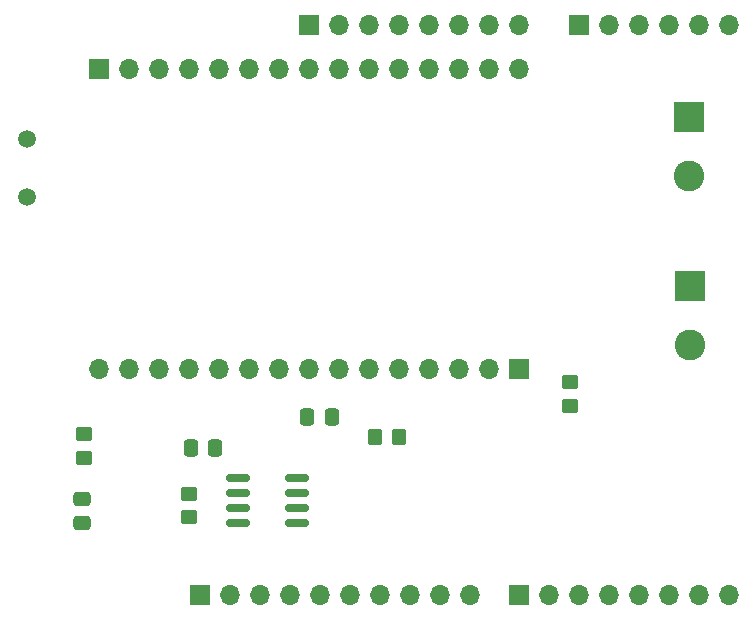
<source format=gbr>
%TF.GenerationSoftware,KiCad,Pcbnew,8.0.2-1*%
%TF.CreationDate,2024-05-16T23:12:18-04:00*%
%TF.ProjectId,ORA_Arduino_ESP_CAN_Shield,4f52415f-4172-4647-9569-6e6f5f455350,rev?*%
%TF.SameCoordinates,Original*%
%TF.FileFunction,Soldermask,Top*%
%TF.FilePolarity,Negative*%
%FSLAX46Y46*%
G04 Gerber Fmt 4.6, Leading zero omitted, Abs format (unit mm)*
G04 Created by KiCad (PCBNEW 8.0.2-1) date 2024-05-16 23:12:18*
%MOMM*%
%LPD*%
G01*
G04 APERTURE LIST*
G04 Aperture macros list*
%AMRoundRect*
0 Rectangle with rounded corners*
0 $1 Rounding radius*
0 $2 $3 $4 $5 $6 $7 $8 $9 X,Y pos of 4 corners*
0 Add a 4 corners polygon primitive as box body*
4,1,4,$2,$3,$4,$5,$6,$7,$8,$9,$2,$3,0*
0 Add four circle primitives for the rounded corners*
1,1,$1+$1,$2,$3*
1,1,$1+$1,$4,$5*
1,1,$1+$1,$6,$7*
1,1,$1+$1,$8,$9*
0 Add four rect primitives between the rounded corners*
20,1,$1+$1,$2,$3,$4,$5,0*
20,1,$1+$1,$4,$5,$6,$7,0*
20,1,$1+$1,$6,$7,$8,$9,0*
20,1,$1+$1,$8,$9,$2,$3,0*%
G04 Aperture macros list end*
%ADD10RoundRect,0.250000X-0.450000X0.350000X-0.450000X-0.350000X0.450000X-0.350000X0.450000X0.350000X0*%
%ADD11RoundRect,0.250000X-0.337500X-0.475000X0.337500X-0.475000X0.337500X0.475000X-0.337500X0.475000X0*%
%ADD12R,1.700000X1.700000*%
%ADD13O,1.700000X1.700000*%
%ADD14RoundRect,0.250000X0.475000X-0.337500X0.475000X0.337500X-0.475000X0.337500X-0.475000X-0.337500X0*%
%ADD15RoundRect,0.250000X-0.350000X-0.450000X0.350000X-0.450000X0.350000X0.450000X-0.350000X0.450000X0*%
%ADD16RoundRect,0.250000X0.337500X0.475000X-0.337500X0.475000X-0.337500X-0.475000X0.337500X-0.475000X0*%
%ADD17RoundRect,0.150000X-0.825000X-0.150000X0.825000X-0.150000X0.825000X0.150000X-0.825000X0.150000X0*%
%ADD18R,2.600000X2.600000*%
%ADD19C,2.600000*%
%ADD20C,1.500000*%
G04 APERTURE END LIST*
D10*
%TO.C,R1*%
X41615000Y-64980000D03*
X41615000Y-66980000D03*
%TD*%
%TO.C,TR1*%
X73825000Y-55560000D03*
X73825000Y-57560000D03*
%TD*%
D11*
%TO.C,C2*%
X41727500Y-61130000D03*
X43802500Y-61130000D03*
%TD*%
D12*
%TO.C,Digital_1*%
X42560000Y-73580000D03*
D13*
X45100000Y-73580000D03*
X47640000Y-73580000D03*
X50180000Y-73580000D03*
X52720000Y-73580000D03*
X55260000Y-73580000D03*
X57800000Y-73580000D03*
X60340000Y-73580000D03*
X62880000Y-73580000D03*
X65420000Y-73580000D03*
%TD*%
D14*
%TO.C,C1*%
X32555000Y-67487500D03*
X32555000Y-65412500D03*
%TD*%
D12*
%TO.C,Power_1*%
X51715000Y-25320000D03*
D13*
X54255000Y-25320000D03*
X56795000Y-25320000D03*
X59335000Y-25320000D03*
X61875000Y-25320000D03*
X64415000Y-25320000D03*
X66955000Y-25320000D03*
X69495000Y-25320000D03*
%TD*%
D15*
%TO.C,R3*%
X57375000Y-60220000D03*
X59375000Y-60220000D03*
%TD*%
D12*
%TO.C,Analog_1*%
X74570000Y-25310000D03*
D13*
X77110000Y-25310000D03*
X79650000Y-25310000D03*
X82190000Y-25310000D03*
X84730000Y-25310000D03*
X87270000Y-25310000D03*
%TD*%
D16*
%TO.C,C3*%
X53690000Y-58500000D03*
X51615000Y-58500000D03*
%TD*%
D12*
%TO.C,Digital_2*%
X69490000Y-73580000D03*
D13*
X72030000Y-73580000D03*
X74570000Y-73580000D03*
X77110000Y-73580000D03*
X79650000Y-73580000D03*
X82190000Y-73580000D03*
X84730000Y-73580000D03*
X87270000Y-73580000D03*
%TD*%
D17*
%TO.C,U3*%
X45750000Y-63615000D03*
X45750000Y-64885000D03*
X45750000Y-66155000D03*
X45750000Y-67425000D03*
X50700000Y-67425000D03*
X50700000Y-66155000D03*
X50700000Y-64885000D03*
X50700000Y-63615000D03*
%TD*%
D10*
%TO.C,R2*%
X32695000Y-59930000D03*
X32695000Y-61930000D03*
%TD*%
D12*
%TO.C,EN_1*%
X69530000Y-54460000D03*
D13*
X66990000Y-54460000D03*
X64450000Y-54460000D03*
X61910000Y-54460000D03*
X59370000Y-54460000D03*
X56830000Y-54460000D03*
X54290000Y-54460000D03*
X51750000Y-54460000D03*
X49210000Y-54460000D03*
X46670000Y-54460000D03*
X44130000Y-54460000D03*
X41590000Y-54460000D03*
X39050000Y-54460000D03*
X36510000Y-54460000D03*
X33970000Y-54460000D03*
%TD*%
D18*
%TO.C,J1*%
X83990000Y-47420000D03*
D19*
X83990000Y-52420000D03*
%TD*%
D18*
%TO.C,J2*%
X83940000Y-33110000D03*
D19*
X83940000Y-38110000D03*
%TD*%
D12*
%TO.C,BOOT_1*%
X33970000Y-29060000D03*
D13*
X36510000Y-29060000D03*
X39050000Y-29060000D03*
X41590000Y-29060000D03*
X44130000Y-29060000D03*
X46670000Y-29060000D03*
X49210000Y-29060000D03*
X51750000Y-29060000D03*
X54290000Y-29060000D03*
X56830000Y-29060000D03*
X59370000Y-29060000D03*
X61910000Y-29060000D03*
X64450000Y-29060000D03*
X66990000Y-29060000D03*
X69530000Y-29060000D03*
%TD*%
D20*
%TO.C,Y1*%
X27865000Y-39870000D03*
X27865000Y-34990000D03*
%TD*%
M02*

</source>
